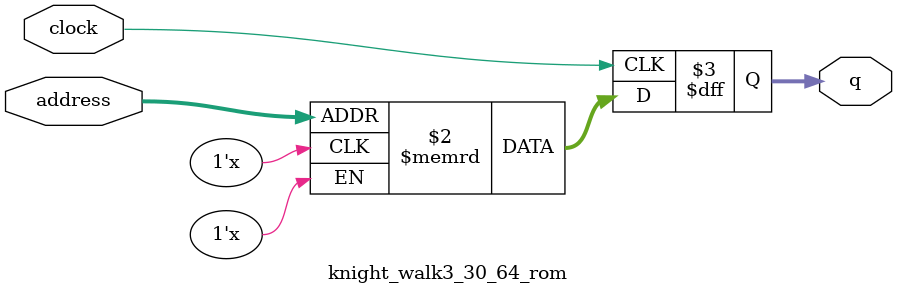
<source format=sv>
module knight_walk3_30_64_rom (
	input logic clock,
	input logic [10:0] address,
	output logic [2:0] q
);

logic [2:0] memory [0:1919] /* synthesis ram_init_file = "./knight_walk3_30_64/knight_walk3_30_64.mif" */;

always_ff @ (posedge clock) begin
	q <= memory[address];
end

endmodule

</source>
